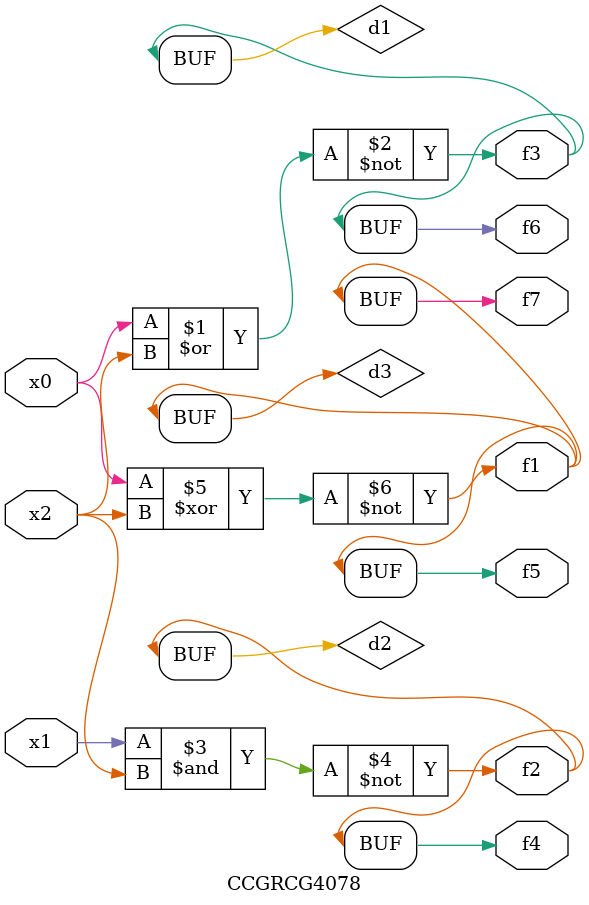
<source format=v>
module CCGRCG4078(
	input x0, x1, x2,
	output f1, f2, f3, f4, f5, f6, f7
);

	wire d1, d2, d3;

	nor (d1, x0, x2);
	nand (d2, x1, x2);
	xnor (d3, x0, x2);
	assign f1 = d3;
	assign f2 = d2;
	assign f3 = d1;
	assign f4 = d2;
	assign f5 = d3;
	assign f6 = d1;
	assign f7 = d3;
endmodule

</source>
